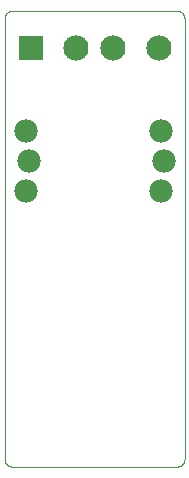
<source format=gbs>
G75*
%MOIN*%
%OFA0B0*%
%FSLAX25Y25*%
%IPPOS*%
%LPD*%
%AMOC8*
5,1,8,0,0,1.08239X$1,22.5*
%
%ADD10C,0.00000*%
%ADD11C,0.07800*%
%ADD12R,0.08400X0.08400*%
%ADD13C,0.08400*%
D10*
X0042595Y0032058D02*
X0042595Y0178933D01*
X0042597Y0179031D01*
X0042603Y0179129D01*
X0042612Y0179227D01*
X0042626Y0179324D01*
X0042643Y0179421D01*
X0042664Y0179517D01*
X0042689Y0179612D01*
X0042717Y0179706D01*
X0042750Y0179798D01*
X0042785Y0179890D01*
X0042825Y0179980D01*
X0042867Y0180068D01*
X0042914Y0180155D01*
X0042963Y0180239D01*
X0043016Y0180322D01*
X0043072Y0180402D01*
X0043132Y0180481D01*
X0043194Y0180557D01*
X0043259Y0180630D01*
X0043327Y0180701D01*
X0043398Y0180769D01*
X0043471Y0180834D01*
X0043547Y0180896D01*
X0043626Y0180956D01*
X0043706Y0181012D01*
X0043789Y0181065D01*
X0043873Y0181114D01*
X0043960Y0181161D01*
X0044048Y0181203D01*
X0044138Y0181243D01*
X0044230Y0181278D01*
X0044322Y0181311D01*
X0044416Y0181339D01*
X0044511Y0181364D01*
X0044607Y0181385D01*
X0044704Y0181402D01*
X0044801Y0181416D01*
X0044899Y0181425D01*
X0044997Y0181431D01*
X0045095Y0181433D01*
X0100095Y0181433D01*
X0100193Y0181431D01*
X0100291Y0181425D01*
X0100389Y0181416D01*
X0100486Y0181402D01*
X0100583Y0181385D01*
X0100679Y0181364D01*
X0100774Y0181339D01*
X0100868Y0181311D01*
X0100960Y0181278D01*
X0101052Y0181243D01*
X0101142Y0181203D01*
X0101230Y0181161D01*
X0101317Y0181114D01*
X0101401Y0181065D01*
X0101484Y0181012D01*
X0101564Y0180956D01*
X0101643Y0180896D01*
X0101719Y0180834D01*
X0101792Y0180769D01*
X0101863Y0180701D01*
X0101931Y0180630D01*
X0101996Y0180557D01*
X0102058Y0180481D01*
X0102118Y0180402D01*
X0102174Y0180322D01*
X0102227Y0180239D01*
X0102276Y0180155D01*
X0102323Y0180068D01*
X0102365Y0179980D01*
X0102405Y0179890D01*
X0102440Y0179798D01*
X0102473Y0179706D01*
X0102501Y0179612D01*
X0102526Y0179517D01*
X0102547Y0179421D01*
X0102564Y0179324D01*
X0102578Y0179227D01*
X0102587Y0179129D01*
X0102593Y0179031D01*
X0102595Y0178933D01*
X0102595Y0032058D01*
X0102593Y0031960D01*
X0102587Y0031862D01*
X0102578Y0031764D01*
X0102564Y0031667D01*
X0102547Y0031570D01*
X0102526Y0031474D01*
X0102501Y0031379D01*
X0102473Y0031285D01*
X0102440Y0031193D01*
X0102405Y0031101D01*
X0102365Y0031011D01*
X0102323Y0030923D01*
X0102276Y0030836D01*
X0102227Y0030752D01*
X0102174Y0030669D01*
X0102118Y0030589D01*
X0102058Y0030510D01*
X0101996Y0030434D01*
X0101931Y0030361D01*
X0101863Y0030290D01*
X0101792Y0030222D01*
X0101719Y0030157D01*
X0101643Y0030095D01*
X0101564Y0030035D01*
X0101484Y0029979D01*
X0101401Y0029926D01*
X0101317Y0029877D01*
X0101230Y0029830D01*
X0101142Y0029788D01*
X0101052Y0029748D01*
X0100960Y0029713D01*
X0100868Y0029680D01*
X0100774Y0029652D01*
X0100679Y0029627D01*
X0100583Y0029606D01*
X0100486Y0029589D01*
X0100389Y0029575D01*
X0100291Y0029566D01*
X0100193Y0029560D01*
X0100095Y0029558D01*
X0045095Y0029558D01*
X0044997Y0029560D01*
X0044899Y0029566D01*
X0044801Y0029575D01*
X0044704Y0029589D01*
X0044607Y0029606D01*
X0044511Y0029627D01*
X0044416Y0029652D01*
X0044322Y0029680D01*
X0044230Y0029713D01*
X0044138Y0029748D01*
X0044048Y0029788D01*
X0043960Y0029830D01*
X0043873Y0029877D01*
X0043789Y0029926D01*
X0043706Y0029979D01*
X0043626Y0030035D01*
X0043547Y0030095D01*
X0043471Y0030157D01*
X0043398Y0030222D01*
X0043327Y0030290D01*
X0043259Y0030361D01*
X0043194Y0030434D01*
X0043132Y0030510D01*
X0043072Y0030589D01*
X0043016Y0030669D01*
X0042963Y0030752D01*
X0042914Y0030836D01*
X0042867Y0030923D01*
X0042825Y0031011D01*
X0042785Y0031101D01*
X0042750Y0031193D01*
X0042717Y0031285D01*
X0042689Y0031379D01*
X0042664Y0031474D01*
X0042643Y0031570D01*
X0042626Y0031667D01*
X0042612Y0031764D01*
X0042603Y0031862D01*
X0042597Y0031960D01*
X0042595Y0032058D01*
D11*
X0049595Y0121433D03*
X0050595Y0131433D03*
X0049595Y0141433D03*
X0094595Y0141433D03*
X0095595Y0131433D03*
X0094595Y0121433D03*
D12*
X0051270Y0168933D03*
D13*
X0066450Y0168933D03*
X0078829Y0168933D03*
X0094009Y0168933D03*
M02*

</source>
